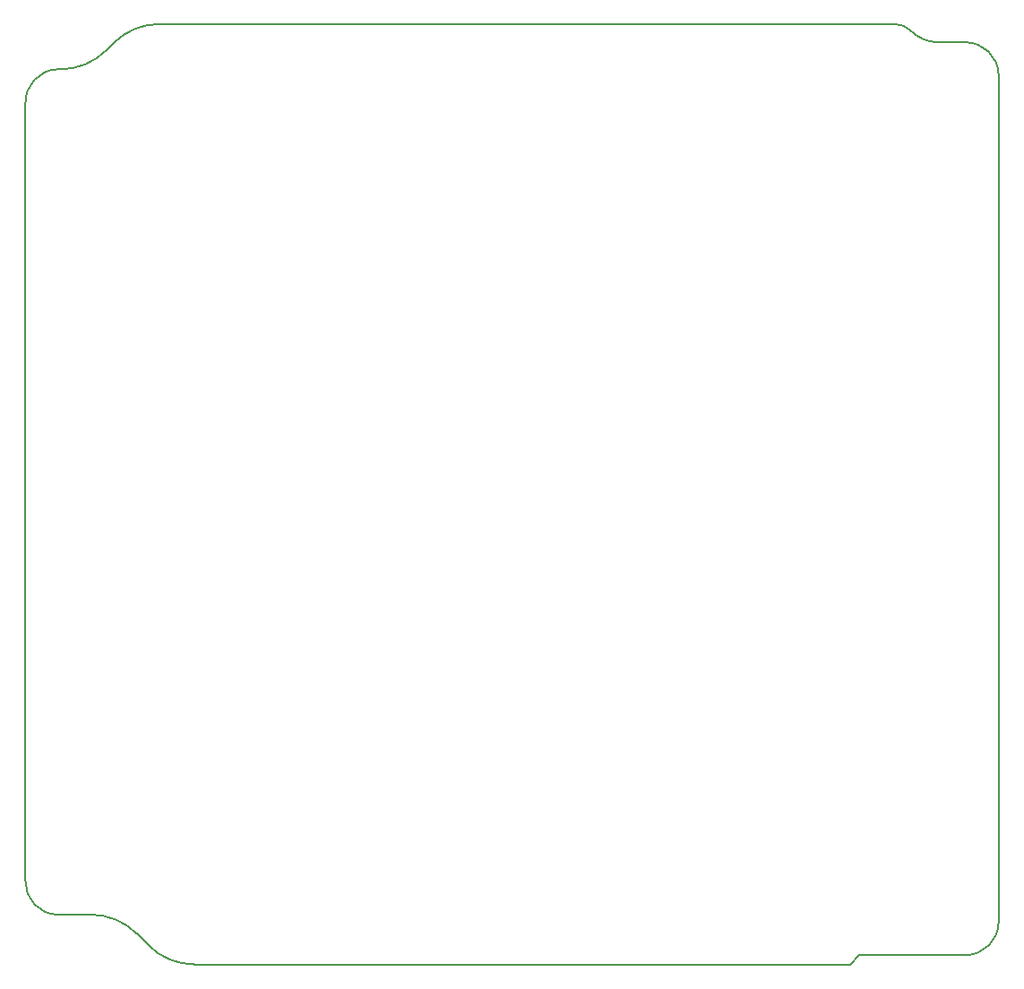
<source format=gm1>
%TF.GenerationSoftware,KiCad,Pcbnew,(6.0.7)*%
%TF.CreationDate,2022-08-20T11:41:18+08:00*%
%TF.ProjectId,cubesat_obc,63756265-7361-4745-9f6f-62632e6b6963,rev?*%
%TF.SameCoordinates,Original*%
%TF.FileFunction,Profile,NP*%
%FSLAX46Y46*%
G04 Gerber Fmt 4.6, Leading zero omitted, Abs format (unit mm)*
G04 Created by KiCad (PCBNEW (6.0.7)) date 2022-08-20 11:41:18*
%MOMM*%
%LPD*%
G01*
G04 APERTURE LIST*
%TA.AperFunction,Profile*%
%ADD10C,0.200000*%
%TD*%
G04 APERTURE END LIST*
D10*
X119247951Y-135476946D02*
X118140054Y-134369048D01*
X120284000Y-48397998D02*
G75*
G03*
X115947948Y-50194050I0J-6132102D01*
G01*
X193924636Y-50123000D02*
X196444001Y-50123000D01*
X196469000Y-136398000D02*
X186419000Y-136397997D01*
X199594001Y-53222999D02*
G75*
G03*
X196444001Y-50122999I-3125001J-25001D01*
G01*
X107619005Y-129372998D02*
G75*
G03*
X110619005Y-132572996I3099995J-100002D01*
G01*
X118140053Y-134369049D02*
G75*
G03*
X113804002Y-132572996I-4336053J-4336051D01*
G01*
X199594003Y-53222999D02*
X199594000Y-133222998D01*
X110644001Y-52673001D02*
X110928997Y-52673001D01*
X196469000Y-136398000D02*
G75*
G03*
X199594000Y-133222998I-25000J3150000D01*
G01*
X119247950Y-135476947D02*
G75*
G03*
X123584002Y-137272998I4336050J4336047D01*
G01*
X110644001Y-52673008D02*
G75*
G03*
X107619008Y-55922999I112499J-3137492D01*
G01*
X191268995Y-49023004D02*
G75*
G03*
X189760115Y-48397999I-1508895J-1508896D01*
G01*
X185544000Y-137272997D02*
X123584003Y-137272997D01*
X107619006Y-129372998D02*
X107619008Y-55923000D01*
X115265049Y-50876950D02*
X115947948Y-50194050D01*
X120284000Y-48397999D02*
X189760116Y-48397999D01*
X113804002Y-132572997D02*
X110619005Y-132572994D01*
X191268990Y-49023009D02*
G75*
G03*
X193924636Y-50122999I2655610J2655609D01*
G01*
X186419000Y-136397997D02*
X185544000Y-137272997D01*
X110928997Y-52673000D02*
G75*
G03*
X115265049Y-50876950I3J6132100D01*
G01*
M02*

</source>
